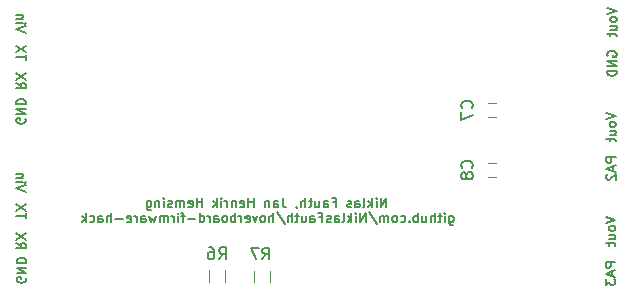
<source format=gbr>
G04 #@! TF.GenerationSoftware,KiCad,Pcbnew,5.0.0*
G04 #@! TF.CreationDate,2018-08-13T20:41:57+02:00*
G04 #@! TF.ProjectId,bobbycar,626F6262796361722E6B696361645F70,rev?*
G04 #@! TF.SameCoordinates,Original*
G04 #@! TF.FileFunction,Legend,Bot*
G04 #@! TF.FilePolarity,Positive*
%FSLAX46Y46*%
G04 Gerber Fmt 4.6, Leading zero omitted, Abs format (unit mm)*
G04 Created by KiCad (PCBNEW 5.0.0) date Mon Aug 13 20:41:57 2018*
%MOMM*%
%LPD*%
G01*
G04 APERTURE LIST*
%ADD10C,0.150000*%
%ADD11C,0.200000*%
%ADD12C,0.120000*%
G04 APERTURE END LIST*
D10*
X137907380Y-104857571D02*
X137907380Y-105505190D01*
X137945476Y-105581380D01*
X137983571Y-105619476D01*
X138059761Y-105657571D01*
X138174047Y-105657571D01*
X138250238Y-105619476D01*
X137907380Y-105352809D02*
X137983571Y-105390904D01*
X138135952Y-105390904D01*
X138212142Y-105352809D01*
X138250238Y-105314714D01*
X138288333Y-105238523D01*
X138288333Y-105009952D01*
X138250238Y-104933761D01*
X138212142Y-104895666D01*
X138135952Y-104857571D01*
X137983571Y-104857571D01*
X137907380Y-104895666D01*
X137526428Y-105390904D02*
X137526428Y-104857571D01*
X137526428Y-104590904D02*
X137564523Y-104629000D01*
X137526428Y-104667095D01*
X137488333Y-104629000D01*
X137526428Y-104590904D01*
X137526428Y-104667095D01*
X137259761Y-104857571D02*
X136955000Y-104857571D01*
X137145476Y-104590904D02*
X137145476Y-105276619D01*
X137107380Y-105352809D01*
X137031190Y-105390904D01*
X136955000Y-105390904D01*
X136688333Y-105390904D02*
X136688333Y-104590904D01*
X136345476Y-105390904D02*
X136345476Y-104971857D01*
X136383571Y-104895666D01*
X136459761Y-104857571D01*
X136574047Y-104857571D01*
X136650238Y-104895666D01*
X136688333Y-104933761D01*
X135621666Y-104857571D02*
X135621666Y-105390904D01*
X135964523Y-104857571D02*
X135964523Y-105276619D01*
X135926428Y-105352809D01*
X135850238Y-105390904D01*
X135735952Y-105390904D01*
X135659761Y-105352809D01*
X135621666Y-105314714D01*
X135240714Y-105390904D02*
X135240714Y-104590904D01*
X135240714Y-104895666D02*
X135164523Y-104857571D01*
X135012142Y-104857571D01*
X134935952Y-104895666D01*
X134897857Y-104933761D01*
X134859761Y-105009952D01*
X134859761Y-105238523D01*
X134897857Y-105314714D01*
X134935952Y-105352809D01*
X135012142Y-105390904D01*
X135164523Y-105390904D01*
X135240714Y-105352809D01*
X134516904Y-105314714D02*
X134478809Y-105352809D01*
X134516904Y-105390904D01*
X134555000Y-105352809D01*
X134516904Y-105314714D01*
X134516904Y-105390904D01*
X133793095Y-105352809D02*
X133869285Y-105390904D01*
X134021666Y-105390904D01*
X134097857Y-105352809D01*
X134135952Y-105314714D01*
X134174047Y-105238523D01*
X134174047Y-105009952D01*
X134135952Y-104933761D01*
X134097857Y-104895666D01*
X134021666Y-104857571D01*
X133869285Y-104857571D01*
X133793095Y-104895666D01*
X133335952Y-105390904D02*
X133412142Y-105352809D01*
X133450238Y-105314714D01*
X133488333Y-105238523D01*
X133488333Y-105009952D01*
X133450238Y-104933761D01*
X133412142Y-104895666D01*
X133335952Y-104857571D01*
X133221666Y-104857571D01*
X133145476Y-104895666D01*
X133107380Y-104933761D01*
X133069285Y-105009952D01*
X133069285Y-105238523D01*
X133107380Y-105314714D01*
X133145476Y-105352809D01*
X133221666Y-105390904D01*
X133335952Y-105390904D01*
X132726428Y-105390904D02*
X132726428Y-104857571D01*
X132726428Y-104933761D02*
X132688333Y-104895666D01*
X132612142Y-104857571D01*
X132497857Y-104857571D01*
X132421666Y-104895666D01*
X132383571Y-104971857D01*
X132383571Y-105390904D01*
X132383571Y-104971857D02*
X132345476Y-104895666D01*
X132269285Y-104857571D01*
X132155000Y-104857571D01*
X132078809Y-104895666D01*
X132040714Y-104971857D01*
X132040714Y-105390904D01*
X131088333Y-104552809D02*
X131774047Y-105581380D01*
X130821666Y-105390904D02*
X130821666Y-104590904D01*
X130364523Y-105390904D01*
X130364523Y-104590904D01*
X129983571Y-105390904D02*
X129983571Y-104857571D01*
X129983571Y-104590904D02*
X130021666Y-104629000D01*
X129983571Y-104667095D01*
X129945476Y-104629000D01*
X129983571Y-104590904D01*
X129983571Y-104667095D01*
X129602619Y-105390904D02*
X129602619Y-104590904D01*
X129526428Y-105086142D02*
X129297857Y-105390904D01*
X129297857Y-104857571D02*
X129602619Y-105162333D01*
X128840714Y-105390904D02*
X128916904Y-105352809D01*
X128955000Y-105276619D01*
X128955000Y-104590904D01*
X128193095Y-105390904D02*
X128193095Y-104971857D01*
X128231190Y-104895666D01*
X128307380Y-104857571D01*
X128459761Y-104857571D01*
X128535952Y-104895666D01*
X128193095Y-105352809D02*
X128269285Y-105390904D01*
X128459761Y-105390904D01*
X128535952Y-105352809D01*
X128574047Y-105276619D01*
X128574047Y-105200428D01*
X128535952Y-105124238D01*
X128459761Y-105086142D01*
X128269285Y-105086142D01*
X128193095Y-105048047D01*
X127850238Y-105352809D02*
X127774047Y-105390904D01*
X127621666Y-105390904D01*
X127545476Y-105352809D01*
X127507380Y-105276619D01*
X127507380Y-105238523D01*
X127545476Y-105162333D01*
X127621666Y-105124238D01*
X127735952Y-105124238D01*
X127812142Y-105086142D01*
X127850238Y-105009952D01*
X127850238Y-104971857D01*
X127812142Y-104895666D01*
X127735952Y-104857571D01*
X127621666Y-104857571D01*
X127545476Y-104895666D01*
X126897857Y-104971857D02*
X127164523Y-104971857D01*
X127164523Y-105390904D02*
X127164523Y-104590904D01*
X126783571Y-104590904D01*
X126135952Y-105390904D02*
X126135952Y-104971857D01*
X126174047Y-104895666D01*
X126250238Y-104857571D01*
X126402619Y-104857571D01*
X126478809Y-104895666D01*
X126135952Y-105352809D02*
X126212142Y-105390904D01*
X126402619Y-105390904D01*
X126478809Y-105352809D01*
X126516904Y-105276619D01*
X126516904Y-105200428D01*
X126478809Y-105124238D01*
X126402619Y-105086142D01*
X126212142Y-105086142D01*
X126135952Y-105048047D01*
X125412142Y-104857571D02*
X125412142Y-105390904D01*
X125755000Y-104857571D02*
X125755000Y-105276619D01*
X125716904Y-105352809D01*
X125640714Y-105390904D01*
X125526428Y-105390904D01*
X125450238Y-105352809D01*
X125412142Y-105314714D01*
X125145476Y-104857571D02*
X124840714Y-104857571D01*
X125031190Y-104590904D02*
X125031190Y-105276619D01*
X124993095Y-105352809D01*
X124916904Y-105390904D01*
X124840714Y-105390904D01*
X124574047Y-105390904D02*
X124574047Y-104590904D01*
X124231190Y-105390904D02*
X124231190Y-104971857D01*
X124269285Y-104895666D01*
X124345476Y-104857571D01*
X124459761Y-104857571D01*
X124535952Y-104895666D01*
X124574047Y-104933761D01*
X123278809Y-104552809D02*
X123964523Y-105581380D01*
X123012142Y-105390904D02*
X123012142Y-104590904D01*
X122669285Y-105390904D02*
X122669285Y-104971857D01*
X122707380Y-104895666D01*
X122783571Y-104857571D01*
X122897857Y-104857571D01*
X122974047Y-104895666D01*
X123012142Y-104933761D01*
X122174047Y-105390904D02*
X122250238Y-105352809D01*
X122288333Y-105314714D01*
X122326428Y-105238523D01*
X122326428Y-105009952D01*
X122288333Y-104933761D01*
X122250238Y-104895666D01*
X122174047Y-104857571D01*
X122059761Y-104857571D01*
X121983571Y-104895666D01*
X121945476Y-104933761D01*
X121907380Y-105009952D01*
X121907380Y-105238523D01*
X121945476Y-105314714D01*
X121983571Y-105352809D01*
X122059761Y-105390904D01*
X122174047Y-105390904D01*
X121640714Y-104857571D02*
X121450238Y-105390904D01*
X121259761Y-104857571D01*
X120650238Y-105352809D02*
X120726428Y-105390904D01*
X120878809Y-105390904D01*
X120955000Y-105352809D01*
X120993095Y-105276619D01*
X120993095Y-104971857D01*
X120955000Y-104895666D01*
X120878809Y-104857571D01*
X120726428Y-104857571D01*
X120650238Y-104895666D01*
X120612142Y-104971857D01*
X120612142Y-105048047D01*
X120993095Y-105124238D01*
X120269285Y-105390904D02*
X120269285Y-104857571D01*
X120269285Y-105009952D02*
X120231190Y-104933761D01*
X120193095Y-104895666D01*
X120116904Y-104857571D01*
X120040714Y-104857571D01*
X119774047Y-105390904D02*
X119774047Y-104590904D01*
X119774047Y-104895666D02*
X119697857Y-104857571D01*
X119545476Y-104857571D01*
X119469285Y-104895666D01*
X119431190Y-104933761D01*
X119393095Y-105009952D01*
X119393095Y-105238523D01*
X119431190Y-105314714D01*
X119469285Y-105352809D01*
X119545476Y-105390904D01*
X119697857Y-105390904D01*
X119774047Y-105352809D01*
X118935952Y-105390904D02*
X119012142Y-105352809D01*
X119050238Y-105314714D01*
X119088333Y-105238523D01*
X119088333Y-105009952D01*
X119050238Y-104933761D01*
X119012142Y-104895666D01*
X118935952Y-104857571D01*
X118821666Y-104857571D01*
X118745476Y-104895666D01*
X118707380Y-104933761D01*
X118669285Y-105009952D01*
X118669285Y-105238523D01*
X118707380Y-105314714D01*
X118745476Y-105352809D01*
X118821666Y-105390904D01*
X118935952Y-105390904D01*
X117983571Y-105390904D02*
X117983571Y-104971857D01*
X118021666Y-104895666D01*
X118097857Y-104857571D01*
X118250238Y-104857571D01*
X118326428Y-104895666D01*
X117983571Y-105352809D02*
X118059761Y-105390904D01*
X118250238Y-105390904D01*
X118326428Y-105352809D01*
X118364523Y-105276619D01*
X118364523Y-105200428D01*
X118326428Y-105124238D01*
X118250238Y-105086142D01*
X118059761Y-105086142D01*
X117983571Y-105048047D01*
X117602619Y-105390904D02*
X117602619Y-104857571D01*
X117602619Y-105009952D02*
X117564523Y-104933761D01*
X117526428Y-104895666D01*
X117450238Y-104857571D01*
X117374047Y-104857571D01*
X116764523Y-105390904D02*
X116764523Y-104590904D01*
X116764523Y-105352809D02*
X116840714Y-105390904D01*
X116993095Y-105390904D01*
X117069285Y-105352809D01*
X117107380Y-105314714D01*
X117145476Y-105238523D01*
X117145476Y-105009952D01*
X117107380Y-104933761D01*
X117069285Y-104895666D01*
X116993095Y-104857571D01*
X116840714Y-104857571D01*
X116764523Y-104895666D01*
X116383571Y-105086142D02*
X115774047Y-105086142D01*
X115507380Y-104857571D02*
X115202619Y-104857571D01*
X115393095Y-105390904D02*
X115393095Y-104705190D01*
X115355000Y-104629000D01*
X115278809Y-104590904D01*
X115202619Y-104590904D01*
X114935952Y-105390904D02*
X114935952Y-104857571D01*
X114935952Y-104590904D02*
X114974047Y-104629000D01*
X114935952Y-104667095D01*
X114897857Y-104629000D01*
X114935952Y-104590904D01*
X114935952Y-104667095D01*
X114555000Y-105390904D02*
X114555000Y-104857571D01*
X114555000Y-105009952D02*
X114516904Y-104933761D01*
X114478809Y-104895666D01*
X114402619Y-104857571D01*
X114326428Y-104857571D01*
X114059761Y-105390904D02*
X114059761Y-104857571D01*
X114059761Y-104933761D02*
X114021666Y-104895666D01*
X113945476Y-104857571D01*
X113831190Y-104857571D01*
X113755000Y-104895666D01*
X113716904Y-104971857D01*
X113716904Y-105390904D01*
X113716904Y-104971857D02*
X113678809Y-104895666D01*
X113602619Y-104857571D01*
X113488333Y-104857571D01*
X113412142Y-104895666D01*
X113374047Y-104971857D01*
X113374047Y-105390904D01*
X113069285Y-104857571D02*
X112916904Y-105390904D01*
X112764523Y-105009952D01*
X112612142Y-105390904D01*
X112459761Y-104857571D01*
X111812142Y-105390904D02*
X111812142Y-104971857D01*
X111850238Y-104895666D01*
X111926428Y-104857571D01*
X112078809Y-104857571D01*
X112155000Y-104895666D01*
X111812142Y-105352809D02*
X111888333Y-105390904D01*
X112078809Y-105390904D01*
X112155000Y-105352809D01*
X112193095Y-105276619D01*
X112193095Y-105200428D01*
X112155000Y-105124238D01*
X112078809Y-105086142D01*
X111888333Y-105086142D01*
X111812142Y-105048047D01*
X111431190Y-105390904D02*
X111431190Y-104857571D01*
X111431190Y-105009952D02*
X111393095Y-104933761D01*
X111355000Y-104895666D01*
X111278809Y-104857571D01*
X111202619Y-104857571D01*
X110631190Y-105352809D02*
X110707380Y-105390904D01*
X110859761Y-105390904D01*
X110935952Y-105352809D01*
X110974047Y-105276619D01*
X110974047Y-104971857D01*
X110935952Y-104895666D01*
X110859761Y-104857571D01*
X110707380Y-104857571D01*
X110631190Y-104895666D01*
X110593095Y-104971857D01*
X110593095Y-105048047D01*
X110974047Y-105124238D01*
X110250238Y-105086142D02*
X109640714Y-105086142D01*
X109259761Y-105390904D02*
X109259761Y-104590904D01*
X108916904Y-105390904D02*
X108916904Y-104971857D01*
X108955000Y-104895666D01*
X109031190Y-104857571D01*
X109145476Y-104857571D01*
X109221666Y-104895666D01*
X109259761Y-104933761D01*
X108193095Y-105390904D02*
X108193095Y-104971857D01*
X108231190Y-104895666D01*
X108307380Y-104857571D01*
X108459761Y-104857571D01*
X108535952Y-104895666D01*
X108193095Y-105352809D02*
X108269285Y-105390904D01*
X108459761Y-105390904D01*
X108535952Y-105352809D01*
X108574047Y-105276619D01*
X108574047Y-105200428D01*
X108535952Y-105124238D01*
X108459761Y-105086142D01*
X108269285Y-105086142D01*
X108193095Y-105048047D01*
X107469285Y-105352809D02*
X107545476Y-105390904D01*
X107697857Y-105390904D01*
X107774047Y-105352809D01*
X107812142Y-105314714D01*
X107850238Y-105238523D01*
X107850238Y-105009952D01*
X107812142Y-104933761D01*
X107774047Y-104895666D01*
X107697857Y-104857571D01*
X107545476Y-104857571D01*
X107469285Y-104895666D01*
X107126428Y-105390904D02*
X107126428Y-104590904D01*
X107050238Y-105086142D02*
X106821666Y-105390904D01*
X106821666Y-104857571D02*
X107126428Y-105162333D01*
X132580380Y-104120904D02*
X132580380Y-103320904D01*
X132123238Y-104120904D01*
X132123238Y-103320904D01*
X131742285Y-104120904D02*
X131742285Y-103587571D01*
X131742285Y-103320904D02*
X131780380Y-103359000D01*
X131742285Y-103397095D01*
X131704190Y-103359000D01*
X131742285Y-103320904D01*
X131742285Y-103397095D01*
X131361333Y-104120904D02*
X131361333Y-103320904D01*
X131285142Y-103816142D02*
X131056571Y-104120904D01*
X131056571Y-103587571D02*
X131361333Y-103892333D01*
X130599428Y-104120904D02*
X130675619Y-104082809D01*
X130713714Y-104006619D01*
X130713714Y-103320904D01*
X129951809Y-104120904D02*
X129951809Y-103701857D01*
X129989904Y-103625666D01*
X130066095Y-103587571D01*
X130218476Y-103587571D01*
X130294666Y-103625666D01*
X129951809Y-104082809D02*
X130028000Y-104120904D01*
X130218476Y-104120904D01*
X130294666Y-104082809D01*
X130332761Y-104006619D01*
X130332761Y-103930428D01*
X130294666Y-103854238D01*
X130218476Y-103816142D01*
X130028000Y-103816142D01*
X129951809Y-103778047D01*
X129608952Y-104082809D02*
X129532761Y-104120904D01*
X129380380Y-104120904D01*
X129304190Y-104082809D01*
X129266095Y-104006619D01*
X129266095Y-103968523D01*
X129304190Y-103892333D01*
X129380380Y-103854238D01*
X129494666Y-103854238D01*
X129570857Y-103816142D01*
X129608952Y-103739952D01*
X129608952Y-103701857D01*
X129570857Y-103625666D01*
X129494666Y-103587571D01*
X129380380Y-103587571D01*
X129304190Y-103625666D01*
X128047047Y-103701857D02*
X128313714Y-103701857D01*
X128313714Y-104120904D02*
X128313714Y-103320904D01*
X127932761Y-103320904D01*
X127285142Y-104120904D02*
X127285142Y-103701857D01*
X127323238Y-103625666D01*
X127399428Y-103587571D01*
X127551809Y-103587571D01*
X127628000Y-103625666D01*
X127285142Y-104082809D02*
X127361333Y-104120904D01*
X127551809Y-104120904D01*
X127628000Y-104082809D01*
X127666095Y-104006619D01*
X127666095Y-103930428D01*
X127628000Y-103854238D01*
X127551809Y-103816142D01*
X127361333Y-103816142D01*
X127285142Y-103778047D01*
X126561333Y-103587571D02*
X126561333Y-104120904D01*
X126904190Y-103587571D02*
X126904190Y-104006619D01*
X126866095Y-104082809D01*
X126789904Y-104120904D01*
X126675619Y-104120904D01*
X126599428Y-104082809D01*
X126561333Y-104044714D01*
X126294666Y-103587571D02*
X125989904Y-103587571D01*
X126180380Y-103320904D02*
X126180380Y-104006619D01*
X126142285Y-104082809D01*
X126066095Y-104120904D01*
X125989904Y-104120904D01*
X125723238Y-104120904D02*
X125723238Y-103320904D01*
X125380380Y-104120904D02*
X125380380Y-103701857D01*
X125418476Y-103625666D01*
X125494666Y-103587571D01*
X125608952Y-103587571D01*
X125685142Y-103625666D01*
X125723238Y-103663761D01*
X124961333Y-104082809D02*
X124961333Y-104120904D01*
X124999428Y-104197095D01*
X125037523Y-104235190D01*
X123780380Y-103320904D02*
X123780380Y-103892333D01*
X123818476Y-104006619D01*
X123894666Y-104082809D01*
X124008952Y-104120904D01*
X124085142Y-104120904D01*
X123056571Y-104120904D02*
X123056571Y-103701857D01*
X123094666Y-103625666D01*
X123170857Y-103587571D01*
X123323238Y-103587571D01*
X123399428Y-103625666D01*
X123056571Y-104082809D02*
X123132761Y-104120904D01*
X123323238Y-104120904D01*
X123399428Y-104082809D01*
X123437523Y-104006619D01*
X123437523Y-103930428D01*
X123399428Y-103854238D01*
X123323238Y-103816142D01*
X123132761Y-103816142D01*
X123056571Y-103778047D01*
X122675619Y-103587571D02*
X122675619Y-104120904D01*
X122675619Y-103663761D02*
X122637523Y-103625666D01*
X122561333Y-103587571D01*
X122447047Y-103587571D01*
X122370857Y-103625666D01*
X122332761Y-103701857D01*
X122332761Y-104120904D01*
X121342285Y-104120904D02*
X121342285Y-103320904D01*
X121342285Y-103701857D02*
X120885142Y-103701857D01*
X120885142Y-104120904D02*
X120885142Y-103320904D01*
X120199428Y-104082809D02*
X120275619Y-104120904D01*
X120427999Y-104120904D01*
X120504190Y-104082809D01*
X120542285Y-104006619D01*
X120542285Y-103701857D01*
X120504190Y-103625666D01*
X120427999Y-103587571D01*
X120275619Y-103587571D01*
X120199428Y-103625666D01*
X120161333Y-103701857D01*
X120161333Y-103778047D01*
X120542285Y-103854238D01*
X119818476Y-103587571D02*
X119818476Y-104120904D01*
X119818476Y-103663761D02*
X119780380Y-103625666D01*
X119704190Y-103587571D01*
X119589904Y-103587571D01*
X119513714Y-103625666D01*
X119475619Y-103701857D01*
X119475619Y-104120904D01*
X119094666Y-104120904D02*
X119094666Y-103587571D01*
X119094666Y-103739952D02*
X119056571Y-103663761D01*
X119018476Y-103625666D01*
X118942285Y-103587571D01*
X118866095Y-103587571D01*
X118599428Y-104120904D02*
X118599428Y-103587571D01*
X118599428Y-103320904D02*
X118637523Y-103359000D01*
X118599428Y-103397095D01*
X118561333Y-103359000D01*
X118599428Y-103320904D01*
X118599428Y-103397095D01*
X118218476Y-104120904D02*
X118218476Y-103320904D01*
X118142285Y-103816142D02*
X117913714Y-104120904D01*
X117913714Y-103587571D02*
X118218476Y-103892333D01*
X116961333Y-104120904D02*
X116961333Y-103320904D01*
X116961333Y-103701857D02*
X116504190Y-103701857D01*
X116504190Y-104120904D02*
X116504190Y-103320904D01*
X115818476Y-104082809D02*
X115894666Y-104120904D01*
X116047047Y-104120904D01*
X116123238Y-104082809D01*
X116161333Y-104006619D01*
X116161333Y-103701857D01*
X116123238Y-103625666D01*
X116047047Y-103587571D01*
X115894666Y-103587571D01*
X115818476Y-103625666D01*
X115780380Y-103701857D01*
X115780380Y-103778047D01*
X116161333Y-103854238D01*
X115437523Y-104120904D02*
X115437523Y-103587571D01*
X115437523Y-103663761D02*
X115399428Y-103625666D01*
X115323238Y-103587571D01*
X115208952Y-103587571D01*
X115132761Y-103625666D01*
X115094666Y-103701857D01*
X115094666Y-104120904D01*
X115094666Y-103701857D02*
X115056571Y-103625666D01*
X114980380Y-103587571D01*
X114866095Y-103587571D01*
X114789904Y-103625666D01*
X114751809Y-103701857D01*
X114751809Y-104120904D01*
X114408952Y-104082809D02*
X114332761Y-104120904D01*
X114180380Y-104120904D01*
X114104190Y-104082809D01*
X114066095Y-104006619D01*
X114066095Y-103968523D01*
X114104190Y-103892333D01*
X114180380Y-103854238D01*
X114294666Y-103854238D01*
X114370857Y-103816142D01*
X114408952Y-103739952D01*
X114408952Y-103701857D01*
X114370857Y-103625666D01*
X114294666Y-103587571D01*
X114180380Y-103587571D01*
X114104190Y-103625666D01*
X113723238Y-104120904D02*
X113723238Y-103587571D01*
X113723238Y-103320904D02*
X113761333Y-103359000D01*
X113723238Y-103397095D01*
X113685142Y-103359000D01*
X113723238Y-103320904D01*
X113723238Y-103397095D01*
X113342285Y-103587571D02*
X113342285Y-104120904D01*
X113342285Y-103663761D02*
X113304190Y-103625666D01*
X113228000Y-103587571D01*
X113113714Y-103587571D01*
X113037523Y-103625666D01*
X112999428Y-103701857D01*
X112999428Y-104120904D01*
X112275619Y-103587571D02*
X112275619Y-104235190D01*
X112313714Y-104311380D01*
X112351809Y-104349476D01*
X112428000Y-104387571D01*
X112542285Y-104387571D01*
X112618476Y-104349476D01*
X112275619Y-104082809D02*
X112351809Y-104120904D01*
X112504190Y-104120904D01*
X112580380Y-104082809D01*
X112618476Y-104044714D01*
X112656571Y-103968523D01*
X112656571Y-103739952D01*
X112618476Y-103663761D01*
X112580380Y-103625666D01*
X112504190Y-103587571D01*
X112351809Y-103587571D01*
X112275619Y-103625666D01*
D11*
X151936404Y-108794666D02*
X151136404Y-108794666D01*
X151136404Y-109099428D01*
X151174500Y-109175619D01*
X151212595Y-109213714D01*
X151288785Y-109251809D01*
X151403071Y-109251809D01*
X151479261Y-109213714D01*
X151517357Y-109175619D01*
X151555452Y-109099428D01*
X151555452Y-108794666D01*
X151707833Y-109556571D02*
X151707833Y-109937523D01*
X151936404Y-109480380D02*
X151136404Y-109747047D01*
X151936404Y-110013714D01*
X151136404Y-110204190D02*
X151136404Y-110699428D01*
X151441166Y-110432761D01*
X151441166Y-110547047D01*
X151479261Y-110623238D01*
X151517357Y-110661333D01*
X151593547Y-110699428D01*
X151784023Y-110699428D01*
X151860214Y-110661333D01*
X151898309Y-110623238D01*
X151936404Y-110547047D01*
X151936404Y-110318476D01*
X151898309Y-110242285D01*
X151860214Y-110204190D01*
X151999904Y-99904666D02*
X151199904Y-99904666D01*
X151199904Y-100209428D01*
X151238000Y-100285619D01*
X151276095Y-100323714D01*
X151352285Y-100361809D01*
X151466571Y-100361809D01*
X151542761Y-100323714D01*
X151580857Y-100285619D01*
X151618952Y-100209428D01*
X151618952Y-99904666D01*
X151771333Y-100666571D02*
X151771333Y-101047523D01*
X151999904Y-100590380D02*
X151199904Y-100857047D01*
X151999904Y-101123714D01*
X151276095Y-101352285D02*
X151238000Y-101390380D01*
X151199904Y-101466571D01*
X151199904Y-101657047D01*
X151238000Y-101733238D01*
X151276095Y-101771333D01*
X151352285Y-101809428D01*
X151428476Y-101809428D01*
X151542761Y-101771333D01*
X151999904Y-101314190D01*
X151999904Y-101809428D01*
X101238095Y-107130833D02*
X101619047Y-107397500D01*
X101238095Y-107587976D02*
X102038095Y-107587976D01*
X102038095Y-107283214D01*
X102000000Y-107207023D01*
X101961904Y-107168928D01*
X101885714Y-107130833D01*
X101771428Y-107130833D01*
X101695238Y-107168928D01*
X101657142Y-107207023D01*
X101619047Y-107283214D01*
X101619047Y-107587976D01*
X102038095Y-106864166D02*
X101238095Y-106330833D01*
X102038095Y-106330833D02*
X101238095Y-106864166D01*
X102038095Y-105067023D02*
X102038095Y-104609880D01*
X101238095Y-104838452D02*
X102038095Y-104838452D01*
X102038095Y-104419404D02*
X101238095Y-103886071D01*
X102038095Y-103886071D02*
X101238095Y-104419404D01*
X101238095Y-93605333D02*
X101619047Y-93872000D01*
X101238095Y-94062476D02*
X102038095Y-94062476D01*
X102038095Y-93757714D01*
X102000000Y-93681523D01*
X101961904Y-93643428D01*
X101885714Y-93605333D01*
X101771428Y-93605333D01*
X101695238Y-93643428D01*
X101657142Y-93681523D01*
X101619047Y-93757714D01*
X101619047Y-94062476D01*
X102038095Y-93338666D02*
X101238095Y-92805333D01*
X102038095Y-92805333D02*
X101238095Y-93338666D01*
X102038095Y-91668523D02*
X102038095Y-91211380D01*
X101238095Y-91439952D02*
X102038095Y-91439952D01*
X102038095Y-91020904D02*
X101238095Y-90487571D01*
X102038095Y-90487571D02*
X101238095Y-91020904D01*
X151136404Y-104952952D02*
X151936404Y-105219619D01*
X151136404Y-105486285D01*
X151936404Y-105867238D02*
X151898309Y-105791047D01*
X151860214Y-105752952D01*
X151784023Y-105714857D01*
X151555452Y-105714857D01*
X151479261Y-105752952D01*
X151441166Y-105791047D01*
X151403071Y-105867238D01*
X151403071Y-105981523D01*
X151441166Y-106057714D01*
X151479261Y-106095809D01*
X151555452Y-106133904D01*
X151784023Y-106133904D01*
X151860214Y-106095809D01*
X151898309Y-106057714D01*
X151936404Y-105981523D01*
X151936404Y-105867238D01*
X151403071Y-106819619D02*
X151936404Y-106819619D01*
X151403071Y-106476761D02*
X151822119Y-106476761D01*
X151898309Y-106514857D01*
X151936404Y-106591047D01*
X151936404Y-106705333D01*
X151898309Y-106781523D01*
X151860214Y-106819619D01*
X151403071Y-107086285D02*
X151403071Y-107391047D01*
X151136404Y-107200571D02*
X151822119Y-107200571D01*
X151898309Y-107238666D01*
X151936404Y-107314857D01*
X151936404Y-107391047D01*
X151199904Y-96126452D02*
X151999904Y-96393119D01*
X151199904Y-96659785D01*
X151999904Y-97040738D02*
X151961809Y-96964547D01*
X151923714Y-96926452D01*
X151847523Y-96888357D01*
X151618952Y-96888357D01*
X151542761Y-96926452D01*
X151504666Y-96964547D01*
X151466571Y-97040738D01*
X151466571Y-97155023D01*
X151504666Y-97231214D01*
X151542761Y-97269309D01*
X151618952Y-97307404D01*
X151847523Y-97307404D01*
X151923714Y-97269309D01*
X151961809Y-97231214D01*
X151999904Y-97155023D01*
X151999904Y-97040738D01*
X151466571Y-97993119D02*
X151999904Y-97993119D01*
X151466571Y-97650261D02*
X151885619Y-97650261D01*
X151961809Y-97688357D01*
X151999904Y-97764547D01*
X151999904Y-97878833D01*
X151961809Y-97955023D01*
X151923714Y-97993119D01*
X151466571Y-98259785D02*
X151466571Y-98564547D01*
X151199904Y-98374071D02*
X151885619Y-98374071D01*
X151961809Y-98412166D01*
X151999904Y-98488357D01*
X151999904Y-98564547D01*
X151263404Y-87236452D02*
X152063404Y-87503119D01*
X151263404Y-87769785D01*
X152063404Y-88150738D02*
X152025309Y-88074547D01*
X151987214Y-88036452D01*
X151911023Y-87998357D01*
X151682452Y-87998357D01*
X151606261Y-88036452D01*
X151568166Y-88074547D01*
X151530071Y-88150738D01*
X151530071Y-88265023D01*
X151568166Y-88341214D01*
X151606261Y-88379309D01*
X151682452Y-88417404D01*
X151911023Y-88417404D01*
X151987214Y-88379309D01*
X152025309Y-88341214D01*
X152063404Y-88265023D01*
X152063404Y-88150738D01*
X151530071Y-89103119D02*
X152063404Y-89103119D01*
X151530071Y-88760261D02*
X151949119Y-88760261D01*
X152025309Y-88798357D01*
X152063404Y-88874547D01*
X152063404Y-88988833D01*
X152025309Y-89065023D01*
X151987214Y-89103119D01*
X151530071Y-89369785D02*
X151530071Y-89674547D01*
X151263404Y-89484071D02*
X151949119Y-89484071D01*
X152025309Y-89522166D01*
X152063404Y-89598357D01*
X152063404Y-89674547D01*
X151301500Y-91338476D02*
X151263404Y-91262285D01*
X151263404Y-91148000D01*
X151301500Y-91033714D01*
X151377690Y-90957523D01*
X151453880Y-90919428D01*
X151606261Y-90881333D01*
X151720547Y-90881333D01*
X151872928Y-90919428D01*
X151949119Y-90957523D01*
X152025309Y-91033714D01*
X152063404Y-91148000D01*
X152063404Y-91224190D01*
X152025309Y-91338476D01*
X151987214Y-91376571D01*
X151720547Y-91376571D01*
X151720547Y-91224190D01*
X152063404Y-91719428D02*
X151263404Y-91719428D01*
X152063404Y-92176571D01*
X151263404Y-92176571D01*
X152063404Y-92557523D02*
X151263404Y-92557523D01*
X151263404Y-92748000D01*
X151301500Y-92862285D01*
X151377690Y-92938476D01*
X151453880Y-92976571D01*
X151606261Y-93014666D01*
X151720547Y-93014666D01*
X151872928Y-92976571D01*
X151949119Y-92938476D01*
X152025309Y-92862285D01*
X152063404Y-92748000D01*
X152063404Y-92557523D01*
X102000000Y-96621523D02*
X102038095Y-96697714D01*
X102038095Y-96812000D01*
X102000000Y-96926285D01*
X101923809Y-97002476D01*
X101847619Y-97040571D01*
X101695238Y-97078666D01*
X101580952Y-97078666D01*
X101428571Y-97040571D01*
X101352380Y-97002476D01*
X101276190Y-96926285D01*
X101238095Y-96812000D01*
X101238095Y-96735809D01*
X101276190Y-96621523D01*
X101314285Y-96583428D01*
X101580952Y-96583428D01*
X101580952Y-96735809D01*
X101238095Y-96240571D02*
X102038095Y-96240571D01*
X101238095Y-95783428D01*
X102038095Y-95783428D01*
X101238095Y-95402476D02*
X102038095Y-95402476D01*
X102038095Y-95212000D01*
X102000000Y-95097714D01*
X101923809Y-95021523D01*
X101847619Y-94983428D01*
X101695238Y-94945333D01*
X101580952Y-94945333D01*
X101428571Y-94983428D01*
X101352380Y-95021523D01*
X101276190Y-95097714D01*
X101238095Y-95212000D01*
X101238095Y-95402476D01*
X102063500Y-110083523D02*
X102101595Y-110159714D01*
X102101595Y-110274000D01*
X102063500Y-110388285D01*
X101987309Y-110464476D01*
X101911119Y-110502571D01*
X101758738Y-110540666D01*
X101644452Y-110540666D01*
X101492071Y-110502571D01*
X101415880Y-110464476D01*
X101339690Y-110388285D01*
X101301595Y-110274000D01*
X101301595Y-110197809D01*
X101339690Y-110083523D01*
X101377785Y-110045428D01*
X101644452Y-110045428D01*
X101644452Y-110197809D01*
X101301595Y-109702571D02*
X102101595Y-109702571D01*
X101301595Y-109245428D01*
X102101595Y-109245428D01*
X101301595Y-108864476D02*
X102101595Y-108864476D01*
X102101595Y-108674000D01*
X102063500Y-108559714D01*
X101987309Y-108483523D01*
X101911119Y-108445428D01*
X101758738Y-108407333D01*
X101644452Y-108407333D01*
X101492071Y-108445428D01*
X101415880Y-108483523D01*
X101339690Y-108559714D01*
X101301595Y-108674000D01*
X101301595Y-108864476D01*
X102038095Y-89338047D02*
X101238095Y-89071380D01*
X102038095Y-88804714D01*
X101238095Y-88538047D02*
X101771428Y-88538047D01*
X102038095Y-88538047D02*
X102000000Y-88576142D01*
X101961904Y-88538047D01*
X102000000Y-88499952D01*
X102038095Y-88538047D01*
X101961904Y-88538047D01*
X101771428Y-88157095D02*
X101238095Y-88157095D01*
X101695238Y-88157095D02*
X101733333Y-88119000D01*
X101771428Y-88042809D01*
X101771428Y-87928523D01*
X101733333Y-87852333D01*
X101657142Y-87814238D01*
X101238095Y-87814238D01*
X102038095Y-102800047D02*
X101238095Y-102533380D01*
X102038095Y-102266714D01*
X101238095Y-102000047D02*
X101771428Y-102000047D01*
X102038095Y-102000047D02*
X102000000Y-102038142D01*
X101961904Y-102000047D01*
X102000000Y-101961952D01*
X102038095Y-102000047D01*
X101961904Y-102000047D01*
X101771428Y-101619095D02*
X101238095Y-101619095D01*
X101695238Y-101619095D02*
X101733333Y-101581000D01*
X101771428Y-101504809D01*
X101771428Y-101390523D01*
X101733333Y-101314333D01*
X101657142Y-101276238D01*
X101238095Y-101276238D01*
D12*
G04 #@! TO.C,R7*
X121367000Y-109494000D02*
X121367000Y-110494000D01*
X122727000Y-110494000D02*
X122727000Y-109494000D01*
G04 #@! TO.C,R6*
X117557000Y-109470000D02*
X117557000Y-110470000D01*
X118917000Y-110470000D02*
X118917000Y-109470000D01*
G04 #@! TO.C,C7*
X141140000Y-96485000D02*
X141840000Y-96485000D01*
X141840000Y-95285000D02*
X141140000Y-95285000D01*
G04 #@! TO.C,C8*
X141140000Y-101565000D02*
X141840000Y-101565000D01*
X141840000Y-100365000D02*
X141140000Y-100365000D01*
G04 #@! TO.C,R7*
D10*
X122086666Y-108553380D02*
X122420000Y-108077190D01*
X122658095Y-108553380D02*
X122658095Y-107553380D01*
X122277142Y-107553380D01*
X122181904Y-107601000D01*
X122134285Y-107648619D01*
X122086666Y-107743857D01*
X122086666Y-107886714D01*
X122134285Y-107981952D01*
X122181904Y-108029571D01*
X122277142Y-108077190D01*
X122658095Y-108077190D01*
X121753333Y-107553380D02*
X121086666Y-107553380D01*
X121515238Y-108553380D01*
G04 #@! TO.C,R6*
X118403666Y-108529380D02*
X118737000Y-108053190D01*
X118975095Y-108529380D02*
X118975095Y-107529380D01*
X118594142Y-107529380D01*
X118498904Y-107577000D01*
X118451285Y-107624619D01*
X118403666Y-107719857D01*
X118403666Y-107862714D01*
X118451285Y-107957952D01*
X118498904Y-108005571D01*
X118594142Y-108053190D01*
X118975095Y-108053190D01*
X117546523Y-107529380D02*
X117737000Y-107529380D01*
X117832238Y-107577000D01*
X117879857Y-107624619D01*
X117975095Y-107767476D01*
X118022714Y-107957952D01*
X118022714Y-108338904D01*
X117975095Y-108434142D01*
X117927476Y-108481761D01*
X117832238Y-108529380D01*
X117641761Y-108529380D01*
X117546523Y-108481761D01*
X117498904Y-108434142D01*
X117451285Y-108338904D01*
X117451285Y-108100809D01*
X117498904Y-108005571D01*
X117546523Y-107957952D01*
X117641761Y-107910333D01*
X117832238Y-107910333D01*
X117927476Y-107957952D01*
X117975095Y-108005571D01*
X118022714Y-108100809D01*
G04 #@! TO.C,C7*
X139815142Y-95718333D02*
X139862761Y-95670714D01*
X139910380Y-95527857D01*
X139910380Y-95432619D01*
X139862761Y-95289761D01*
X139767523Y-95194523D01*
X139672285Y-95146904D01*
X139481809Y-95099285D01*
X139338952Y-95099285D01*
X139148476Y-95146904D01*
X139053238Y-95194523D01*
X138958000Y-95289761D01*
X138910380Y-95432619D01*
X138910380Y-95527857D01*
X138958000Y-95670714D01*
X139005619Y-95718333D01*
X138910380Y-96051666D02*
X138910380Y-96718333D01*
X139910380Y-96289761D01*
G04 #@! TO.C,C8*
X139815142Y-100798333D02*
X139862761Y-100750714D01*
X139910380Y-100607857D01*
X139910380Y-100512619D01*
X139862761Y-100369761D01*
X139767523Y-100274523D01*
X139672285Y-100226904D01*
X139481809Y-100179285D01*
X139338952Y-100179285D01*
X139148476Y-100226904D01*
X139053238Y-100274523D01*
X138958000Y-100369761D01*
X138910380Y-100512619D01*
X138910380Y-100607857D01*
X138958000Y-100750714D01*
X139005619Y-100798333D01*
X139338952Y-101369761D02*
X139291333Y-101274523D01*
X139243714Y-101226904D01*
X139148476Y-101179285D01*
X139100857Y-101179285D01*
X139005619Y-101226904D01*
X138958000Y-101274523D01*
X138910380Y-101369761D01*
X138910380Y-101560238D01*
X138958000Y-101655476D01*
X139005619Y-101703095D01*
X139100857Y-101750714D01*
X139148476Y-101750714D01*
X139243714Y-101703095D01*
X139291333Y-101655476D01*
X139338952Y-101560238D01*
X139338952Y-101369761D01*
X139386571Y-101274523D01*
X139434190Y-101226904D01*
X139529428Y-101179285D01*
X139719904Y-101179285D01*
X139815142Y-101226904D01*
X139862761Y-101274523D01*
X139910380Y-101369761D01*
X139910380Y-101560238D01*
X139862761Y-101655476D01*
X139815142Y-101703095D01*
X139719904Y-101750714D01*
X139529428Y-101750714D01*
X139434190Y-101703095D01*
X139386571Y-101655476D01*
X139338952Y-101560238D01*
G04 #@! TD*
M02*

</source>
